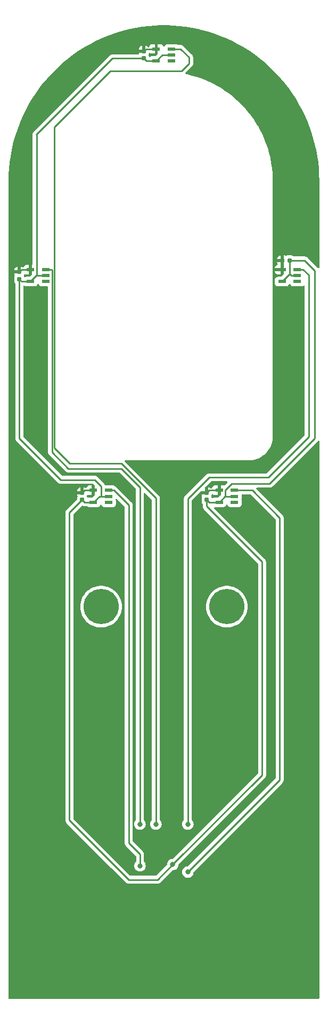
<source format=gbl>
G04 #@! TF.GenerationSoftware,KiCad,Pcbnew,7.0.7*
G04 #@! TF.CreationDate,2024-10-25T09:44:25+02:00*
G04 #@! TF.ProjectId,Benhui_Tongue,42656e68-7569-45f5-946f-6e6775652e6b,rev?*
G04 #@! TF.SameCoordinates,Original*
G04 #@! TF.FileFunction,Copper,L2,Bot*
G04 #@! TF.FilePolarity,Positive*
%FSLAX46Y46*%
G04 Gerber Fmt 4.6, Leading zero omitted, Abs format (unit mm)*
G04 Created by KiCad (PCBNEW 7.0.7) date 2024-10-25 09:44:25*
%MOMM*%
%LPD*%
G01*
G04 APERTURE LIST*
G04 Aperture macros list*
%AMRoundRect*
0 Rectangle with rounded corners*
0 $1 Rounding radius*
0 $2 $3 $4 $5 $6 $7 $8 $9 X,Y pos of 4 corners*
0 Add a 4 corners polygon primitive as box body*
4,1,4,$2,$3,$4,$5,$6,$7,$8,$9,$2,$3,0*
0 Add four circle primitives for the rounded corners*
1,1,$1+$1,$2,$3*
1,1,$1+$1,$4,$5*
1,1,$1+$1,$6,$7*
1,1,$1+$1,$8,$9*
0 Add four rect primitives between the rounded corners*
20,1,$1+$1,$2,$3,$4,$5,0*
20,1,$1+$1,$4,$5,$6,$7,0*
20,1,$1+$1,$6,$7,$8,$9,0*
20,1,$1+$1,$8,$9,$2,$3,0*%
G04 Aperture macros list end*
G04 #@! TA.AperFunction,ComponentPad*
%ADD10C,5.600000*%
G04 #@! TD*
G04 #@! TA.AperFunction,SMDPad,CuDef*
%ADD11R,1.270000X0.508000*%
G04 #@! TD*
G04 #@! TA.AperFunction,SMDPad,CuDef*
%ADD12RoundRect,0.155000X0.155000X-0.212500X0.155000X0.212500X-0.155000X0.212500X-0.155000X-0.212500X0*%
G04 #@! TD*
G04 #@! TA.AperFunction,SMDPad,CuDef*
%ADD13RoundRect,0.155000X0.212500X0.155000X-0.212500X0.155000X-0.212500X-0.155000X0.212500X-0.155000X0*%
G04 #@! TD*
G04 #@! TA.AperFunction,ViaPad*
%ADD14C,0.800000*%
G04 #@! TD*
G04 #@! TA.AperFunction,Conductor*
%ADD15C,0.250000*%
G04 #@! TD*
G04 APERTURE END LIST*
D10*
X109200000Y-116600000D03*
X129200000Y-116600000D03*
D11*
X110419200Y-98149999D03*
X110419200Y-99100000D03*
X110419200Y-100050001D03*
X107980800Y-100050001D03*
X107980800Y-98149999D03*
D12*
X126000000Y-99667500D03*
X126000000Y-98532500D03*
D11*
X120419200Y-28149999D03*
X120419200Y-29100000D03*
X120419200Y-30050001D03*
X117980800Y-30050001D03*
X117980800Y-28149999D03*
X100419200Y-63149999D03*
X100419200Y-64100000D03*
X100419200Y-65050001D03*
X97980800Y-65050001D03*
X97980800Y-63149999D03*
D12*
X116000000Y-29667500D03*
X116000000Y-28532500D03*
D11*
X130419200Y-98149999D03*
X130419200Y-99100000D03*
X130419200Y-100050001D03*
X127980800Y-100050001D03*
X127980800Y-98149999D03*
X140419200Y-63149999D03*
X140419200Y-64100000D03*
X140419200Y-65050001D03*
X137980800Y-65050001D03*
X137980800Y-63149999D03*
D13*
X139167500Y-61700000D03*
X138032500Y-61700000D03*
D12*
X96200000Y-64667500D03*
X96200000Y-63532500D03*
X106200000Y-99667500D03*
X106200000Y-98532500D03*
D14*
X120600000Y-157500000D03*
X120470000Y-151100000D03*
X117925001Y-151100000D03*
X115384999Y-151099999D03*
X123005000Y-151099998D03*
X115395000Y-157700000D03*
X123000000Y-158699998D03*
D15*
X102777000Y-96477000D02*
X108177000Y-96477000D01*
X106582501Y-100050001D02*
X106200000Y-99667500D01*
X134800000Y-109500000D02*
X126000000Y-100700000D01*
X143200000Y-63300000D02*
X141600000Y-61700000D01*
X98930801Y-41769199D02*
X98940800Y-41779198D01*
X128940800Y-98159200D02*
X130000000Y-97100000D01*
X117980800Y-30050001D02*
X118930801Y-29100000D01*
X108930801Y-99100000D02*
X109200000Y-99100000D01*
X126000000Y-100700000D02*
X126000000Y-99667500D01*
X143200000Y-89900000D02*
X143200000Y-63300000D01*
X116382501Y-30050001D02*
X116000000Y-29667500D01*
X139404199Y-64100000D02*
X140419200Y-64100000D01*
X107980800Y-100050001D02*
X106582501Y-100050001D01*
X117980800Y-30050001D02*
X116382501Y-30050001D01*
X104167500Y-150467500D02*
X113600000Y-159900000D01*
X128865401Y-99165401D02*
X128930801Y-99100000D01*
X127980800Y-100050001D02*
X128865401Y-99165401D01*
X98940800Y-41779198D02*
X98940800Y-64090001D01*
X108177000Y-96477000D02*
X109200000Y-97500000D01*
X130000000Y-97100000D02*
X136000000Y-97100000D01*
X120600000Y-157500000D02*
X134800000Y-143300000D01*
X141600000Y-61700000D02*
X139167500Y-61700000D01*
X98930801Y-64100000D02*
X100419200Y-64100000D01*
X97980800Y-65050001D02*
X98930801Y-64100000D01*
X134800000Y-143300000D02*
X134800000Y-109500000D01*
X137980800Y-65050001D02*
X139167500Y-63863301D01*
X136000000Y-97100000D02*
X143200000Y-89900000D01*
X107980800Y-100050001D02*
X108930801Y-99100000D01*
X104167500Y-121132500D02*
X104167500Y-101700000D01*
X111032500Y-29667500D02*
X98930801Y-41769199D01*
X116000000Y-29667500D02*
X111032500Y-29667500D01*
X118200000Y-159900000D02*
X120600000Y-157500000D01*
X113600000Y-159900000D02*
X118200000Y-159900000D01*
X118930801Y-29100000D02*
X120419200Y-29100000D01*
X126382501Y-100050001D02*
X126316250Y-99983750D01*
X96200000Y-89900000D02*
X102777000Y-96477000D01*
X127980800Y-100050001D02*
X126382501Y-100050001D01*
X128940800Y-99090002D02*
X128940800Y-98159200D01*
X96582501Y-65050001D02*
X96200000Y-64667500D01*
X109200000Y-99100000D02*
X110419200Y-99100000D01*
X128930801Y-99100000D02*
X130419200Y-99100000D01*
X104167500Y-101700000D02*
X106200000Y-99667500D01*
X128865401Y-99165401D02*
X128940800Y-99090002D01*
X97980800Y-65050001D02*
X96582501Y-65050001D01*
X139167500Y-63863301D02*
X139404199Y-64100000D01*
X139167500Y-63700000D02*
X139167500Y-61700000D01*
X139167500Y-63863301D02*
X139167500Y-63700000D01*
X96200000Y-64667500D02*
X96200000Y-89900000D01*
X109200000Y-97500000D02*
X109200000Y-99100000D01*
X126316250Y-99983750D02*
X126000000Y-99667500D01*
X98940800Y-64090001D02*
X98930801Y-64100000D01*
X104167500Y-119900000D02*
X104167500Y-150467500D01*
X106582501Y-98149999D02*
X106200000Y-98532500D01*
X117980800Y-28149999D02*
X116382501Y-28149999D01*
X97980800Y-63149999D02*
X96582501Y-63149999D01*
X127980800Y-98149999D02*
X126382501Y-98149999D01*
X116382501Y-28149999D02*
X116000000Y-28532500D01*
X126382501Y-98149999D02*
X126000000Y-98532500D01*
X138032500Y-63098299D02*
X137980800Y-63149999D01*
X138032500Y-61700000D02*
X138032500Y-63098299D01*
X96582501Y-63149999D02*
X96200000Y-63532500D01*
X107980800Y-98149999D02*
X106582501Y-98149999D01*
X110632588Y-31667412D02*
X101775000Y-40525000D01*
X104200000Y-93900000D02*
X112400000Y-93900000D01*
X122032588Y-31667412D02*
X110632588Y-31667412D01*
X123200000Y-30500000D02*
X122032588Y-31667412D01*
X120419200Y-28149999D02*
X121849999Y-28149999D01*
X101775000Y-40525000D02*
X101775000Y-91475000D01*
X112400000Y-93900000D02*
X117925001Y-99425001D01*
X123200000Y-29500000D02*
X123200000Y-30500000D01*
X101775000Y-91475000D02*
X104200000Y-93900000D01*
X121849999Y-28149999D02*
X123200000Y-29500000D01*
X117925001Y-99425001D02*
X117925001Y-151100000D01*
X100419200Y-63149999D02*
X101304200Y-63149999D01*
X101390707Y-63236506D02*
X101390707Y-92090707D01*
X104000000Y-94700000D02*
X112400000Y-94700000D01*
X101304200Y-63149999D02*
X101390707Y-63236506D01*
X101390707Y-92090707D02*
X104000000Y-94700000D01*
X112400000Y-94700000D02*
X115384999Y-97684999D01*
X115384999Y-97684999D02*
X115384999Y-151099999D01*
X123000000Y-99500000D02*
X123000000Y-151094998D01*
X141304200Y-63149999D02*
X142200000Y-64045799D01*
X140419200Y-63149999D02*
X141304200Y-63149999D01*
X142200000Y-64045799D02*
X142200000Y-89700000D01*
X123000000Y-151094998D02*
X123005000Y-151099998D01*
X135800000Y-96100000D02*
X126400000Y-96100000D01*
X142200000Y-89700000D02*
X135800000Y-96100000D01*
X126400000Y-96100000D02*
X123000000Y-99500000D01*
X113600000Y-100500000D02*
X111249999Y-98149999D01*
X111249999Y-98149999D02*
X110419200Y-98149999D01*
X115395000Y-157700000D02*
X115395000Y-155895000D01*
X113600000Y-154100000D02*
X113600000Y-100500000D01*
X115395000Y-155895000D02*
X113600000Y-154100000D01*
X123000000Y-158699998D02*
X137600000Y-144099998D01*
X133249999Y-98149999D02*
X130419200Y-98149999D01*
X137600000Y-102500000D02*
X133249999Y-98149999D01*
X137600000Y-144099998D02*
X137600000Y-102500000D01*
G04 #@! TA.AperFunction,Conductor*
G36*
X120672464Y-24444430D02*
G01*
X121651519Y-24522462D01*
X122626698Y-24639357D01*
X123596459Y-24794930D01*
X124559268Y-24988933D01*
X125513603Y-25221061D01*
X126457955Y-25490947D01*
X127390830Y-25798163D01*
X128310755Y-26142225D01*
X129216273Y-26522587D01*
X130105953Y-26938649D01*
X130978389Y-27389752D01*
X131832201Y-27875184D01*
X132666038Y-28394177D01*
X133478583Y-28945910D01*
X134176469Y-29461483D01*
X134268551Y-29529510D01*
X135034692Y-30144056D01*
X135775796Y-30788575D01*
X136490689Y-31462048D01*
X137178243Y-32163410D01*
X137837369Y-32891552D01*
X138467025Y-33645323D01*
X139066217Y-34423532D01*
X139633996Y-35224946D01*
X140169465Y-36048301D01*
X140671776Y-36892292D01*
X141140136Y-37755587D01*
X141573805Y-38636819D01*
X141972096Y-39534596D01*
X142334379Y-40447497D01*
X142660082Y-41374080D01*
X142948690Y-42312879D01*
X143199747Y-43262411D01*
X143412855Y-44221172D01*
X143587677Y-45187648D01*
X143723938Y-46160310D01*
X143821421Y-47137621D01*
X143879973Y-48118034D01*
X143899500Y-49100000D01*
X143899500Y-62815547D01*
X143879815Y-62882586D01*
X143827011Y-62928341D01*
X143757853Y-62938285D01*
X143694297Y-62909260D01*
X143687819Y-62903228D01*
X143684006Y-62899415D01*
X143671368Y-62884619D01*
X143669891Y-62882586D01*
X143659594Y-62868413D01*
X143623688Y-62838709D01*
X143619376Y-62834786D01*
X142100803Y-61316212D01*
X142090980Y-61303950D01*
X142090759Y-61304134D01*
X142085786Y-61298123D01*
X142069256Y-61282600D01*
X142035364Y-61250773D01*
X142024919Y-61240328D01*
X142014475Y-61229883D01*
X142008986Y-61225625D01*
X142004561Y-61221847D01*
X141970582Y-61189938D01*
X141970580Y-61189936D01*
X141970577Y-61189935D01*
X141953029Y-61180288D01*
X141936763Y-61169604D01*
X141920933Y-61157325D01*
X141878168Y-61138818D01*
X141872922Y-61136248D01*
X141832093Y-61113803D01*
X141832092Y-61113802D01*
X141812693Y-61108822D01*
X141794281Y-61102518D01*
X141775898Y-61094562D01*
X141775892Y-61094560D01*
X141729874Y-61087272D01*
X141724152Y-61086087D01*
X141679021Y-61074500D01*
X141679019Y-61074500D01*
X141658984Y-61074500D01*
X141639586Y-61072973D01*
X141632162Y-61071797D01*
X141619805Y-61069840D01*
X141619804Y-61069840D01*
X141573416Y-61074225D01*
X141567578Y-61074500D01*
X139887880Y-61074500D01*
X139820841Y-61054815D01*
X139800199Y-61038181D01*
X139784959Y-61022941D01*
X139784950Y-61022934D01*
X139643181Y-60939092D01*
X139642400Y-60938630D01*
X139642399Y-60938629D01*
X139642398Y-60938629D01*
X139642395Y-60938628D01*
X139483362Y-60892424D01*
X139483356Y-60892423D01*
X139446205Y-60889500D01*
X139446203Y-60889500D01*
X138889216Y-60889501D01*
X138888798Y-60889501D01*
X138851641Y-60892424D01*
X138692604Y-60938628D01*
X138692596Y-60938631D01*
X138662627Y-60956355D01*
X138594903Y-60973536D01*
X138536389Y-60956355D01*
X138507199Y-60939093D01*
X138507194Y-60939091D01*
X138348283Y-60892922D01*
X138348277Y-60892921D01*
X138311152Y-60890000D01*
X138282500Y-60890000D01*
X138282500Y-62446937D01*
X138262815Y-62513976D01*
X138246182Y-62534617D01*
X138230800Y-62549999D01*
X138230800Y-63864047D01*
X138211115Y-63931086D01*
X138194481Y-63951728D01*
X137887026Y-64259182D01*
X137825703Y-64292667D01*
X137799345Y-64295501D01*
X137297929Y-64295501D01*
X137297923Y-64295502D01*
X137238316Y-64301909D01*
X137103471Y-64352203D01*
X137103464Y-64352207D01*
X136988255Y-64438453D01*
X136988252Y-64438456D01*
X136902006Y-64553665D01*
X136902002Y-64553672D01*
X136851710Y-64688514D01*
X136851709Y-64688518D01*
X136845300Y-64748128D01*
X136845300Y-64748135D01*
X136845300Y-64748136D01*
X136845300Y-65351871D01*
X136845301Y-65351877D01*
X136851708Y-65411484D01*
X136902002Y-65546329D01*
X136902006Y-65546336D01*
X136988252Y-65661545D01*
X136988255Y-65661548D01*
X137103464Y-65747794D01*
X137103471Y-65747798D01*
X137238317Y-65798092D01*
X137238316Y-65798092D01*
X137245244Y-65798836D01*
X137297927Y-65804501D01*
X138663672Y-65804500D01*
X138723283Y-65798092D01*
X138858131Y-65747797D01*
X138973346Y-65661547D01*
X139059596Y-65546332D01*
X139083817Y-65481390D01*
X139125689Y-65425456D01*
X139191153Y-65401039D01*
X139259426Y-65415890D01*
X139308832Y-65465295D01*
X139316182Y-65481390D01*
X139340402Y-65546329D01*
X139340406Y-65546336D01*
X139426652Y-65661545D01*
X139426655Y-65661548D01*
X139541864Y-65747794D01*
X139541871Y-65747798D01*
X139676717Y-65798092D01*
X139676716Y-65798092D01*
X139683644Y-65798836D01*
X139736327Y-65804501D01*
X141102072Y-65804500D01*
X141161683Y-65798092D01*
X141296531Y-65747797D01*
X141376189Y-65688164D01*
X141441652Y-65663747D01*
X141509925Y-65678598D01*
X141559331Y-65728003D01*
X141574500Y-65787431D01*
X141574500Y-89389547D01*
X141554815Y-89456586D01*
X141538181Y-89477228D01*
X135577228Y-95438181D01*
X135515905Y-95471666D01*
X135489547Y-95474500D01*
X126482738Y-95474500D01*
X126467121Y-95472776D01*
X126467094Y-95473062D01*
X126459332Y-95472327D01*
X126390204Y-95474500D01*
X126360650Y-95474500D01*
X126359929Y-95474590D01*
X126353757Y-95475369D01*
X126347945Y-95475826D01*
X126301373Y-95477290D01*
X126301372Y-95477290D01*
X126282129Y-95482881D01*
X126263079Y-95486825D01*
X126243211Y-95489334D01*
X126243209Y-95489335D01*
X126199884Y-95506488D01*
X126194357Y-95508380D01*
X126149610Y-95521381D01*
X126149609Y-95521382D01*
X126132367Y-95531579D01*
X126114899Y-95540137D01*
X126096269Y-95547513D01*
X126096267Y-95547514D01*
X126058576Y-95574898D01*
X126053694Y-95578105D01*
X126013579Y-95601830D01*
X125999408Y-95616000D01*
X125984623Y-95628628D01*
X125968412Y-95640407D01*
X125938709Y-95676310D01*
X125934777Y-95680631D01*
X122616208Y-98999199D01*
X122603951Y-99009020D01*
X122604134Y-99009241D01*
X122598123Y-99014213D01*
X122550772Y-99064636D01*
X122529889Y-99085519D01*
X122529877Y-99085532D01*
X122525621Y-99091017D01*
X122521837Y-99095447D01*
X122489937Y-99129418D01*
X122489936Y-99129420D01*
X122480284Y-99146976D01*
X122469610Y-99163226D01*
X122457329Y-99179061D01*
X122457324Y-99179068D01*
X122438815Y-99221838D01*
X122436245Y-99227084D01*
X122413803Y-99267906D01*
X122408822Y-99287307D01*
X122402521Y-99305710D01*
X122394562Y-99324102D01*
X122394561Y-99324105D01*
X122387271Y-99370127D01*
X122386087Y-99375846D01*
X122374501Y-99420972D01*
X122374500Y-99420982D01*
X122374500Y-99441016D01*
X122372973Y-99460415D01*
X122369840Y-99480194D01*
X122369839Y-99480197D01*
X122374224Y-99526585D01*
X122374499Y-99532421D01*
X122374499Y-150406864D01*
X122354814Y-150473903D01*
X122342649Y-150489836D01*
X122272468Y-150567780D01*
X122272464Y-150567785D01*
X122177821Y-150731713D01*
X122177818Y-150731720D01*
X122131269Y-150874984D01*
X122119326Y-150911742D01*
X122099540Y-151099998D01*
X122119326Y-151288254D01*
X122119327Y-151288256D01*
X122119327Y-151288257D01*
X122177818Y-151468275D01*
X122177819Y-151468277D01*
X122177821Y-151468282D01*
X122272467Y-151632214D01*
X122399128Y-151772885D01*
X122399129Y-151772886D01*
X122552265Y-151884146D01*
X122552270Y-151884149D01*
X122725192Y-151961140D01*
X122725195Y-151961141D01*
X122725197Y-151961142D01*
X122910354Y-152000498D01*
X122910355Y-152000498D01*
X123099644Y-152000498D01*
X123099646Y-152000498D01*
X123284803Y-151961142D01*
X123457730Y-151884149D01*
X123610871Y-151772886D01*
X123737533Y-151632214D01*
X123832179Y-151468282D01*
X123890674Y-151288254D01*
X123910460Y-151099998D01*
X123890674Y-150911742D01*
X123832179Y-150731714D01*
X123737533Y-150567782D01*
X123694105Y-150519550D01*
X123657350Y-150478729D01*
X123627120Y-150415737D01*
X123625500Y-150395757D01*
X123625500Y-116600002D01*
X125894652Y-116600002D01*
X125914028Y-116957368D01*
X125914029Y-116957385D01*
X125971926Y-117310539D01*
X125971932Y-117310565D01*
X126067672Y-117655392D01*
X126067674Y-117655399D01*
X126200142Y-117987870D01*
X126200151Y-117987888D01*
X126367784Y-118304077D01*
X126367790Y-118304086D01*
X126568634Y-118600309D01*
X126568641Y-118600319D01*
X126800331Y-118873085D01*
X126800332Y-118873086D01*
X127060163Y-119119211D01*
X127345081Y-119335800D01*
X127651747Y-119520315D01*
X127651749Y-119520316D01*
X127651751Y-119520317D01*
X127651755Y-119520319D01*
X127976552Y-119670585D01*
X127976565Y-119670591D01*
X128315726Y-119784868D01*
X128665254Y-119861805D01*
X129021052Y-119900500D01*
X129021058Y-119900500D01*
X129378942Y-119900500D01*
X129378948Y-119900500D01*
X129734746Y-119861805D01*
X130084274Y-119784868D01*
X130423435Y-119670591D01*
X130748253Y-119520315D01*
X131054919Y-119335800D01*
X131339837Y-119119211D01*
X131599668Y-118873086D01*
X131831365Y-118600311D01*
X132032211Y-118304085D01*
X132199853Y-117987880D01*
X132332324Y-117655403D01*
X132428071Y-117310552D01*
X132485972Y-116957371D01*
X132505348Y-116600000D01*
X132485972Y-116242629D01*
X132428071Y-115889448D01*
X132332324Y-115544597D01*
X132199853Y-115212120D01*
X132032211Y-114895915D01*
X131831365Y-114599689D01*
X131831361Y-114599684D01*
X131831358Y-114599680D01*
X131599668Y-114326914D01*
X131339837Y-114080789D01*
X131339830Y-114080783D01*
X131339827Y-114080781D01*
X131272245Y-114029407D01*
X131054919Y-113864200D01*
X130748253Y-113679685D01*
X130748252Y-113679684D01*
X130748248Y-113679682D01*
X130748244Y-113679680D01*
X130423447Y-113529414D01*
X130423441Y-113529411D01*
X130423435Y-113529409D01*
X130253854Y-113472270D01*
X130084273Y-113415131D01*
X129734744Y-113338194D01*
X129378949Y-113299500D01*
X129378948Y-113299500D01*
X129021052Y-113299500D01*
X129021050Y-113299500D01*
X128665255Y-113338194D01*
X128315726Y-113415131D01*
X128059970Y-113501306D01*
X127976565Y-113529409D01*
X127976562Y-113529410D01*
X127976563Y-113529410D01*
X127976552Y-113529414D01*
X127651755Y-113679680D01*
X127651751Y-113679682D01*
X127423367Y-113817096D01*
X127345081Y-113864200D01*
X127256768Y-113931333D01*
X127060172Y-114080781D01*
X127060163Y-114080789D01*
X126800331Y-114326914D01*
X126568641Y-114599680D01*
X126568634Y-114599690D01*
X126367790Y-114895913D01*
X126367784Y-114895922D01*
X126200151Y-115212111D01*
X126200142Y-115212129D01*
X126067674Y-115544600D01*
X126067672Y-115544607D01*
X125971932Y-115889434D01*
X125971926Y-115889460D01*
X125914029Y-116242614D01*
X125914028Y-116242631D01*
X125894652Y-116599997D01*
X125894652Y-116600002D01*
X123625500Y-116600002D01*
X123625500Y-99810452D01*
X123645185Y-99743413D01*
X123661819Y-99722771D01*
X125065771Y-98318819D01*
X125127094Y-98285334D01*
X125153452Y-98282500D01*
X125749999Y-98282500D01*
X125749999Y-97685951D01*
X125769683Y-97618912D01*
X125786306Y-97598283D01*
X126622771Y-96761819D01*
X126684095Y-96728334D01*
X126710453Y-96725500D01*
X129190547Y-96725500D01*
X129257586Y-96745185D01*
X129303341Y-96797989D01*
X129313285Y-96867147D01*
X129284260Y-96930703D01*
X129278228Y-96937181D01*
X128844735Y-97370672D01*
X128783412Y-97404157D01*
X128728546Y-97403669D01*
X128723179Y-97402401D01*
X128663644Y-97395999D01*
X128230800Y-97395999D01*
X128230800Y-98864048D01*
X128211115Y-98931087D01*
X128194481Y-98951729D01*
X127887028Y-99259182D01*
X127825705Y-99292667D01*
X127799347Y-99295501D01*
X127297929Y-99295501D01*
X127297923Y-99295502D01*
X127238316Y-99301909D01*
X127103471Y-99352203D01*
X127103469Y-99352205D01*
X127039933Y-99399768D01*
X126974469Y-99424185D01*
X126965622Y-99424501D01*
X126921845Y-99424501D01*
X126854806Y-99404816D01*
X126809051Y-99352012D01*
X126802772Y-99335107D01*
X126761370Y-99192600D01*
X126743644Y-99162627D01*
X126726462Y-99094905D01*
X126743646Y-99036386D01*
X126760905Y-99007202D01*
X126760908Y-99007194D01*
X126808846Y-98842195D01*
X126810208Y-98842590D01*
X126838331Y-98786703D01*
X126898495Y-98751178D01*
X126968315Y-98753818D01*
X127003219Y-98772124D01*
X127103706Y-98847349D01*
X127103713Y-98847353D01*
X127238420Y-98897595D01*
X127238427Y-98897597D01*
X127297955Y-98903998D01*
X127297972Y-98903999D01*
X127730800Y-98903999D01*
X127730800Y-97395999D01*
X127297955Y-97395999D01*
X127238427Y-97402400D01*
X127238420Y-97402402D01*
X127103713Y-97452644D01*
X127103706Y-97452648D01*
X126988612Y-97538808D01*
X126988609Y-97538811D01*
X126902449Y-97653905D01*
X126902445Y-97653912D01*
X126852203Y-97788619D01*
X126852201Y-97788624D01*
X126850563Y-97803862D01*
X126823822Y-97868412D01*
X126766427Y-97908257D01*
X126696602Y-97910748D01*
X126639593Y-97878282D01*
X126559650Y-97798339D01*
X126559642Y-97798333D01*
X126417197Y-97714092D01*
X126417194Y-97714090D01*
X126258288Y-97667924D01*
X126258273Y-97667921D01*
X126250000Y-97667269D01*
X126249999Y-97667270D01*
X126250000Y-98658500D01*
X126230316Y-98725539D01*
X126177512Y-98771294D01*
X126126000Y-98782500D01*
X125190000Y-98782500D01*
X125190000Y-98811152D01*
X125192921Y-98848277D01*
X125192922Y-98848283D01*
X125239091Y-99007194D01*
X125239093Y-99007199D01*
X125256355Y-99036389D01*
X125273536Y-99104113D01*
X125256355Y-99162627D01*
X125238631Y-99192596D01*
X125238628Y-99192604D01*
X125192424Y-99351637D01*
X125192423Y-99351643D01*
X125189500Y-99388795D01*
X125189501Y-99946202D01*
X125192423Y-99983354D01*
X125230256Y-100113579D01*
X125238630Y-100142400D01*
X125322937Y-100284954D01*
X125322941Y-100284958D01*
X125322942Y-100284959D01*
X125338179Y-100300196D01*
X125371666Y-100361518D01*
X125374500Y-100387879D01*
X125374500Y-100617255D01*
X125372775Y-100632872D01*
X125373061Y-100632899D01*
X125372326Y-100640665D01*
X125374500Y-100709814D01*
X125374500Y-100739343D01*
X125374501Y-100739360D01*
X125375368Y-100746231D01*
X125375826Y-100752050D01*
X125377290Y-100798624D01*
X125377291Y-100798627D01*
X125382880Y-100817867D01*
X125386824Y-100836911D01*
X125389336Y-100856791D01*
X125406490Y-100900119D01*
X125408382Y-100905647D01*
X125421382Y-100950390D01*
X125423818Y-100954510D01*
X125431580Y-100967634D01*
X125440138Y-100985103D01*
X125447514Y-101003732D01*
X125474898Y-101041423D01*
X125478106Y-101046307D01*
X125501827Y-101086416D01*
X125501833Y-101086424D01*
X125515990Y-101100580D01*
X125528628Y-101115376D01*
X125540405Y-101131586D01*
X125540406Y-101131587D01*
X125576309Y-101161288D01*
X125580620Y-101165210D01*
X133450190Y-109034780D01*
X134138181Y-109722771D01*
X134171666Y-109784094D01*
X134174500Y-109810452D01*
X134174500Y-142989547D01*
X134154815Y-143056586D01*
X134138181Y-143077228D01*
X120652228Y-156563181D01*
X120590905Y-156596666D01*
X120564547Y-156599500D01*
X120505354Y-156599500D01*
X120472897Y-156606398D01*
X120320197Y-156638855D01*
X120320192Y-156638857D01*
X120147270Y-156715848D01*
X120147265Y-156715851D01*
X119994129Y-156827111D01*
X119867466Y-156967785D01*
X119772821Y-157131715D01*
X119772818Y-157131722D01*
X119714327Y-157311740D01*
X119714326Y-157311744D01*
X119700255Y-157445627D01*
X119696679Y-157479649D01*
X119670094Y-157544263D01*
X119661039Y-157554368D01*
X117977228Y-159238181D01*
X117915905Y-159271666D01*
X117889547Y-159274500D01*
X113910453Y-159274500D01*
X113843414Y-159254815D01*
X113822772Y-159238181D01*
X104829319Y-150244728D01*
X104795834Y-150183405D01*
X104793000Y-150157047D01*
X104793000Y-116600002D01*
X105894652Y-116600002D01*
X105914028Y-116957368D01*
X105914029Y-116957385D01*
X105971926Y-117310539D01*
X105971932Y-117310565D01*
X106067672Y-117655392D01*
X106067674Y-117655399D01*
X106200142Y-117987870D01*
X106200151Y-117987888D01*
X106367784Y-118304077D01*
X106367790Y-118304086D01*
X106568634Y-118600309D01*
X106568641Y-118600319D01*
X106800331Y-118873085D01*
X106800332Y-118873086D01*
X107060163Y-119119211D01*
X107345081Y-119335800D01*
X107651747Y-119520315D01*
X107651749Y-119520316D01*
X107651751Y-119520317D01*
X107651755Y-119520319D01*
X107976552Y-119670585D01*
X107976565Y-119670591D01*
X108315726Y-119784868D01*
X108665254Y-119861805D01*
X109021052Y-119900500D01*
X109021058Y-119900500D01*
X109378942Y-119900500D01*
X109378948Y-119900500D01*
X109734746Y-119861805D01*
X110084274Y-119784868D01*
X110423435Y-119670591D01*
X110748253Y-119520315D01*
X111054919Y-119335800D01*
X111339837Y-119119211D01*
X111599668Y-118873086D01*
X111831365Y-118600311D01*
X112032211Y-118304085D01*
X112199853Y-117987880D01*
X112332324Y-117655403D01*
X112428071Y-117310552D01*
X112485972Y-116957371D01*
X112505348Y-116600000D01*
X112485972Y-116242629D01*
X112428071Y-115889448D01*
X112332324Y-115544597D01*
X112199853Y-115212120D01*
X112032211Y-114895915D01*
X111831365Y-114599689D01*
X111831361Y-114599684D01*
X111831358Y-114599680D01*
X111599668Y-114326914D01*
X111599668Y-114326913D01*
X111339837Y-114080789D01*
X111339830Y-114080783D01*
X111339827Y-114080781D01*
X111272245Y-114029407D01*
X111054919Y-113864200D01*
X110748253Y-113679685D01*
X110748252Y-113679684D01*
X110748248Y-113679682D01*
X110748244Y-113679680D01*
X110423447Y-113529414D01*
X110423441Y-113529411D01*
X110423435Y-113529409D01*
X110253854Y-113472270D01*
X110084273Y-113415131D01*
X109734744Y-113338194D01*
X109378949Y-113299500D01*
X109378948Y-113299500D01*
X109021052Y-113299500D01*
X109021050Y-113299500D01*
X108665255Y-113338194D01*
X108315726Y-113415131D01*
X108059970Y-113501306D01*
X107976565Y-113529409D01*
X107976562Y-113529410D01*
X107976563Y-113529410D01*
X107976552Y-113529414D01*
X107651755Y-113679680D01*
X107651751Y-113679682D01*
X107423367Y-113817096D01*
X107345081Y-113864200D01*
X107256768Y-113931333D01*
X107060172Y-114080781D01*
X107060163Y-114080789D01*
X106800331Y-114326914D01*
X106568641Y-114599680D01*
X106568634Y-114599690D01*
X106367790Y-114895913D01*
X106367784Y-114895922D01*
X106200151Y-115212111D01*
X106200142Y-115212129D01*
X106067674Y-115544600D01*
X106067672Y-115544607D01*
X105971932Y-115889434D01*
X105971926Y-115889460D01*
X105914029Y-116242614D01*
X105914028Y-116242631D01*
X105894652Y-116599997D01*
X105894652Y-116600002D01*
X104793000Y-116600002D01*
X104793000Y-102010451D01*
X104812685Y-101943412D01*
X104829314Y-101922775D01*
X106130681Y-100621407D01*
X106192002Y-100587924D01*
X106261694Y-100592908D01*
X106267590Y-100595281D01*
X106304330Y-100611179D01*
X106309557Y-100613739D01*
X106350409Y-100636198D01*
X106369817Y-100641181D01*
X106388218Y-100647481D01*
X106406605Y-100655438D01*
X106445183Y-100661548D01*
X106452620Y-100662726D01*
X106458340Y-100663910D01*
X106503482Y-100675501D01*
X106523517Y-100675501D01*
X106542915Y-100677027D01*
X106562695Y-100680160D01*
X106562696Y-100680161D01*
X106562696Y-100680160D01*
X106562697Y-100680161D01*
X106609084Y-100675776D01*
X106614923Y-100675501D01*
X106965622Y-100675501D01*
X107032661Y-100695186D01*
X107039933Y-100700234D01*
X107103469Y-100747797D01*
X107103470Y-100747797D01*
X107103471Y-100747798D01*
X107238317Y-100798092D01*
X107238316Y-100798092D01*
X107243265Y-100798624D01*
X107297927Y-100804501D01*
X108663672Y-100804500D01*
X108723283Y-100798092D01*
X108858131Y-100747797D01*
X108973346Y-100661547D01*
X109059596Y-100546332D01*
X109083817Y-100481390D01*
X109125689Y-100425456D01*
X109191153Y-100401039D01*
X109259426Y-100415890D01*
X109308832Y-100465295D01*
X109316182Y-100481390D01*
X109340402Y-100546329D01*
X109340406Y-100546336D01*
X109426652Y-100661545D01*
X109426655Y-100661548D01*
X109541864Y-100747794D01*
X109541871Y-100747798D01*
X109676717Y-100798092D01*
X109676716Y-100798092D01*
X109681665Y-100798624D01*
X109736327Y-100804501D01*
X111102072Y-100804500D01*
X111161683Y-100798092D01*
X111296531Y-100747797D01*
X111411746Y-100661547D01*
X111497996Y-100546332D01*
X111548291Y-100411484D01*
X111554700Y-100351874D01*
X111554699Y-99748129D01*
X111548291Y-99688518D01*
X111535942Y-99655411D01*
X111530957Y-99585720D01*
X111564442Y-99524397D01*
X111625765Y-99490911D01*
X111695456Y-99495895D01*
X111739805Y-99524396D01*
X112938181Y-100722771D01*
X112971666Y-100784094D01*
X112974500Y-100810452D01*
X112974500Y-154017255D01*
X112972775Y-154032872D01*
X112973061Y-154032899D01*
X112972326Y-154040665D01*
X112974500Y-154109814D01*
X112974500Y-154139343D01*
X112974501Y-154139360D01*
X112975368Y-154146231D01*
X112975826Y-154152050D01*
X112977290Y-154198624D01*
X112977291Y-154198627D01*
X112982880Y-154217867D01*
X112986824Y-154236911D01*
X112989336Y-154256791D01*
X113006490Y-154300119D01*
X113008382Y-154305647D01*
X113021381Y-154350388D01*
X113031580Y-154367634D01*
X113040138Y-154385103D01*
X113047514Y-154403732D01*
X113074898Y-154441423D01*
X113078106Y-154446307D01*
X113101827Y-154486416D01*
X113101833Y-154486424D01*
X113115990Y-154500580D01*
X113128628Y-154515376D01*
X113140405Y-154531586D01*
X113140406Y-154531587D01*
X113176309Y-154561288D01*
X113180620Y-154565210D01*
X114045190Y-155429780D01*
X114733181Y-156117771D01*
X114766666Y-156179094D01*
X114769500Y-156205452D01*
X114769500Y-157001312D01*
X114749815Y-157068351D01*
X114737650Y-157084284D01*
X114662466Y-157167784D01*
X114567821Y-157331715D01*
X114567818Y-157331722D01*
X114519754Y-157479649D01*
X114509326Y-157511744D01*
X114489540Y-157700000D01*
X114509326Y-157888256D01*
X114509327Y-157888259D01*
X114567818Y-158068277D01*
X114567821Y-158068284D01*
X114662467Y-158232216D01*
X114709227Y-158284148D01*
X114789129Y-158372888D01*
X114942265Y-158484148D01*
X114942270Y-158484151D01*
X115115192Y-158561142D01*
X115115197Y-158561144D01*
X115300354Y-158600500D01*
X115300355Y-158600500D01*
X115489644Y-158600500D01*
X115489646Y-158600500D01*
X115674803Y-158561144D01*
X115847730Y-158484151D01*
X116000871Y-158372888D01*
X116127533Y-158232216D01*
X116222179Y-158068284D01*
X116280674Y-157888256D01*
X116300460Y-157700000D01*
X116280674Y-157511744D01*
X116222179Y-157331716D01*
X116127533Y-157167784D01*
X116095063Y-157131722D01*
X116052350Y-157084284D01*
X116022120Y-157021292D01*
X116020500Y-157001312D01*
X116020500Y-155977737D01*
X116022224Y-155962123D01*
X116021938Y-155962096D01*
X116022672Y-155954333D01*
X116020500Y-155885203D01*
X116020500Y-155855651D01*
X116020500Y-155855650D01*
X116019629Y-155848759D01*
X116019172Y-155842945D01*
X116017709Y-155796373D01*
X116012121Y-155777139D01*
X116008174Y-155758081D01*
X116005664Y-155738208D01*
X115988507Y-155694875D01*
X115986614Y-155689346D01*
X115973618Y-155644614D01*
X115973617Y-155644610D01*
X115963420Y-155627368D01*
X115954863Y-155609902D01*
X115947486Y-155591268D01*
X115920083Y-155553550D01*
X115916900Y-155548705D01*
X115893170Y-155508579D01*
X115893165Y-155508573D01*
X115879005Y-155494413D01*
X115866370Y-155479620D01*
X115854593Y-155463412D01*
X115818693Y-155433713D01*
X115814381Y-155429790D01*
X114261819Y-153877227D01*
X114228334Y-153815904D01*
X114225500Y-153789546D01*
X114225500Y-100582737D01*
X114227224Y-100567123D01*
X114226938Y-100567096D01*
X114227672Y-100559333D01*
X114225500Y-100490203D01*
X114225500Y-100460651D01*
X114225500Y-100460650D01*
X114224629Y-100453759D01*
X114224172Y-100447945D01*
X114222709Y-100401373D01*
X114217121Y-100382139D01*
X114213174Y-100363081D01*
X114212977Y-100361518D01*
X114210664Y-100343208D01*
X114193507Y-100299875D01*
X114191614Y-100294346D01*
X114178618Y-100249614D01*
X114178617Y-100249610D01*
X114168420Y-100232368D01*
X114159863Y-100214902D01*
X114152486Y-100196268D01*
X114125083Y-100158550D01*
X114121900Y-100153705D01*
X114098170Y-100113579D01*
X114098165Y-100113573D01*
X114084005Y-100099413D01*
X114071370Y-100084620D01*
X114059593Y-100068412D01*
X114023693Y-100038713D01*
X114019381Y-100034790D01*
X111750802Y-97766210D01*
X111740979Y-97753949D01*
X111740758Y-97754133D01*
X111735785Y-97748122D01*
X111713531Y-97727224D01*
X111685363Y-97700772D01*
X111670542Y-97685951D01*
X111664474Y-97679882D01*
X111658985Y-97675624D01*
X111654560Y-97671846D01*
X111620581Y-97639937D01*
X111620579Y-97639935D01*
X111620576Y-97639934D01*
X111603028Y-97630287D01*
X111586762Y-97619603D01*
X111570935Y-97607326D01*
X111570934Y-97607325D01*
X111570932Y-97607324D01*
X111528167Y-97588817D01*
X111522921Y-97586247D01*
X111482092Y-97563802D01*
X111482091Y-97563801D01*
X111462692Y-97558821D01*
X111444279Y-97552517D01*
X111439205Y-97550321D01*
X111425081Y-97544208D01*
X111400022Y-97529676D01*
X111296531Y-97452203D01*
X111296528Y-97452201D01*
X111161682Y-97401907D01*
X111161683Y-97401907D01*
X111102083Y-97395500D01*
X111102081Y-97395499D01*
X111102073Y-97395499D01*
X111102065Y-97395499D01*
X109915637Y-97395499D01*
X109848598Y-97375814D01*
X109802843Y-97323010D01*
X109800354Y-97317168D01*
X109793503Y-97299866D01*
X109791614Y-97294346D01*
X109778617Y-97249610D01*
X109778616Y-97249608D01*
X109768421Y-97232369D01*
X109759860Y-97214893D01*
X109752486Y-97196269D01*
X109752486Y-97196267D01*
X109742474Y-97182488D01*
X109725083Y-97158550D01*
X109721900Y-97153705D01*
X109698170Y-97113579D01*
X109698165Y-97113573D01*
X109684005Y-97099413D01*
X109671370Y-97084620D01*
X109661982Y-97071700D01*
X109659594Y-97068413D01*
X109626161Y-97040755D01*
X109623693Y-97038713D01*
X109619381Y-97034790D01*
X108677803Y-96093212D01*
X108667980Y-96080950D01*
X108667759Y-96081134D01*
X108662786Y-96075123D01*
X108612364Y-96027773D01*
X108601919Y-96017328D01*
X108591475Y-96006883D01*
X108585986Y-96002625D01*
X108581561Y-95998847D01*
X108547582Y-95966938D01*
X108547580Y-95966936D01*
X108547577Y-95966935D01*
X108530029Y-95957288D01*
X108513763Y-95946604D01*
X108497933Y-95934325D01*
X108455168Y-95915818D01*
X108449922Y-95913248D01*
X108409093Y-95890803D01*
X108409092Y-95890802D01*
X108389693Y-95885822D01*
X108371281Y-95879518D01*
X108352898Y-95871562D01*
X108352892Y-95871560D01*
X108306874Y-95864272D01*
X108301152Y-95863087D01*
X108256021Y-95851500D01*
X108256019Y-95851500D01*
X108235984Y-95851500D01*
X108216586Y-95849973D01*
X108209162Y-95848797D01*
X108196805Y-95846840D01*
X108196804Y-95846840D01*
X108150416Y-95851225D01*
X108144578Y-95851500D01*
X103087452Y-95851500D01*
X103020413Y-95831815D01*
X102999771Y-95815181D01*
X96861819Y-89677228D01*
X96828334Y-89615905D01*
X96825500Y-89589547D01*
X96825500Y-65799501D01*
X96845185Y-65732462D01*
X96897989Y-65686707D01*
X96949500Y-65675501D01*
X96965622Y-65675501D01*
X97032661Y-65695186D01*
X97039933Y-65700234D01*
X97103469Y-65747797D01*
X97103470Y-65747797D01*
X97103471Y-65747798D01*
X97238317Y-65798092D01*
X97238316Y-65798092D01*
X97245244Y-65798836D01*
X97297927Y-65804501D01*
X98663672Y-65804500D01*
X98723283Y-65798092D01*
X98858131Y-65747797D01*
X98973346Y-65661547D01*
X99059596Y-65546332D01*
X99083817Y-65481390D01*
X99125689Y-65425456D01*
X99191153Y-65401039D01*
X99259426Y-65415890D01*
X99308832Y-65465295D01*
X99316182Y-65481390D01*
X99340402Y-65546329D01*
X99340406Y-65546336D01*
X99426652Y-65661545D01*
X99426655Y-65661548D01*
X99541864Y-65747794D01*
X99541871Y-65747798D01*
X99676717Y-65798092D01*
X99676716Y-65798092D01*
X99683644Y-65798836D01*
X99736327Y-65804501D01*
X100641206Y-65804500D01*
X100708245Y-65824184D01*
X100754000Y-65876988D01*
X100765206Y-65928500D01*
X100765207Y-92007962D01*
X100763482Y-92023579D01*
X100763768Y-92023606D01*
X100763033Y-92031372D01*
X100765207Y-92100521D01*
X100765207Y-92130050D01*
X100765208Y-92130067D01*
X100766075Y-92136938D01*
X100766533Y-92142757D01*
X100767997Y-92189331D01*
X100767998Y-92189334D01*
X100773587Y-92208574D01*
X100777531Y-92227618D01*
X100780043Y-92247498D01*
X100797197Y-92290826D01*
X100799089Y-92296354D01*
X100812088Y-92341095D01*
X100822287Y-92358341D01*
X100830845Y-92375810D01*
X100838221Y-92394439D01*
X100865605Y-92432130D01*
X100868813Y-92437014D01*
X100892534Y-92477123D01*
X100892540Y-92477131D01*
X100906697Y-92491287D01*
X100919335Y-92506083D01*
X100931112Y-92522293D01*
X100931113Y-92522294D01*
X100967016Y-92551995D01*
X100971327Y-92555917D01*
X103499194Y-95083784D01*
X103509019Y-95096048D01*
X103509240Y-95095866D01*
X103514210Y-95101873D01*
X103514213Y-95101876D01*
X103514214Y-95101877D01*
X103564651Y-95149241D01*
X103585530Y-95170120D01*
X103591004Y-95174366D01*
X103595442Y-95178156D01*
X103629418Y-95210062D01*
X103629422Y-95210064D01*
X103646973Y-95219713D01*
X103663231Y-95230392D01*
X103679064Y-95242674D01*
X103701015Y-95252172D01*
X103721837Y-95261183D01*
X103727081Y-95263752D01*
X103767908Y-95286197D01*
X103787312Y-95291179D01*
X103805710Y-95297478D01*
X103824105Y-95305438D01*
X103870129Y-95312726D01*
X103875832Y-95313907D01*
X103920981Y-95325500D01*
X103941016Y-95325500D01*
X103960413Y-95327026D01*
X103980196Y-95330160D01*
X104026583Y-95325775D01*
X104032422Y-95325500D01*
X112089548Y-95325500D01*
X112156587Y-95345185D01*
X112177229Y-95361819D01*
X114723180Y-97907770D01*
X114756665Y-97969093D01*
X114759499Y-97995451D01*
X114759499Y-150401311D01*
X114739814Y-150468350D01*
X114727649Y-150484283D01*
X114652465Y-150567783D01*
X114557820Y-150731714D01*
X114557817Y-150731721D01*
X114499326Y-150911739D01*
X114499325Y-150911743D01*
X114479539Y-151099999D01*
X114499325Y-151288255D01*
X114499326Y-151288257D01*
X114499326Y-151288258D01*
X114557817Y-151468276D01*
X114557820Y-151468282D01*
X114557820Y-151468283D01*
X114652466Y-151632215D01*
X114779127Y-151772886D01*
X114779128Y-151772887D01*
X114932264Y-151884147D01*
X114932269Y-151884150D01*
X115105191Y-151961141D01*
X115105194Y-151961142D01*
X115105196Y-151961143D01*
X115290353Y-152000499D01*
X115290354Y-152000499D01*
X115479643Y-152000499D01*
X115479645Y-152000499D01*
X115664802Y-151961143D01*
X115837729Y-151884150D01*
X115990870Y-151772887D01*
X116117532Y-151632215D01*
X116212178Y-151468283D01*
X116270673Y-151288255D01*
X116290459Y-151099999D01*
X116270673Y-150911743D01*
X116212178Y-150731715D01*
X116117532Y-150567783D01*
X116042347Y-150484282D01*
X116012118Y-150421292D01*
X116010499Y-150401323D01*
X116010499Y-98694451D01*
X116030184Y-98627412D01*
X116082988Y-98581657D01*
X116152146Y-98571713D01*
X116215702Y-98600738D01*
X116222180Y-98606770D01*
X117263182Y-99647772D01*
X117296667Y-99709095D01*
X117299501Y-99735453D01*
X117299501Y-150401312D01*
X117279816Y-150468351D01*
X117267651Y-150484284D01*
X117192467Y-150567784D01*
X117097822Y-150731715D01*
X117097819Y-150731722D01*
X117039328Y-150911740D01*
X117039327Y-150911744D01*
X117019541Y-151100000D01*
X117039327Y-151288256D01*
X117039328Y-151288258D01*
X117039328Y-151288259D01*
X117097819Y-151468277D01*
X117097821Y-151468282D01*
X117097822Y-151468284D01*
X117192468Y-151632216D01*
X117319128Y-151772886D01*
X117319130Y-151772888D01*
X117472266Y-151884148D01*
X117472271Y-151884151D01*
X117645193Y-151961142D01*
X117645196Y-151961143D01*
X117645198Y-151961144D01*
X117830355Y-152000500D01*
X117830356Y-152000500D01*
X118019645Y-152000500D01*
X118019647Y-152000500D01*
X118204804Y-151961144D01*
X118377731Y-151884151D01*
X118530872Y-151772888D01*
X118657534Y-151632216D01*
X118752180Y-151468284D01*
X118810675Y-151288256D01*
X118830461Y-151100000D01*
X118810675Y-150911744D01*
X118752180Y-150731716D01*
X118657534Y-150567784D01*
X118611475Y-150516630D01*
X118582351Y-150484284D01*
X118552121Y-150421292D01*
X118550501Y-150401312D01*
X118550501Y-99507738D01*
X118552225Y-99492124D01*
X118551939Y-99492097D01*
X118552673Y-99484334D01*
X118551921Y-99460415D01*
X118550501Y-99415204D01*
X118550501Y-99385651D01*
X118549630Y-99378760D01*
X118549173Y-99372946D01*
X118547710Y-99326374D01*
X118542122Y-99307140D01*
X118538175Y-99288082D01*
X118535665Y-99268209D01*
X118518508Y-99224876D01*
X118516615Y-99219347D01*
X118503619Y-99174615D01*
X118503618Y-99174611D01*
X118493421Y-99157369D01*
X118484864Y-99139903D01*
X118477487Y-99121269D01*
X118450084Y-99083551D01*
X118446901Y-99078706D01*
X118423171Y-99038580D01*
X118423166Y-99038574D01*
X118409006Y-99024414D01*
X118396371Y-99009621D01*
X118384594Y-98993413D01*
X118348694Y-98963714D01*
X118344382Y-98959791D01*
X112996772Y-93612181D01*
X112963287Y-93550858D01*
X112968271Y-93481166D01*
X113010143Y-93425233D01*
X113075607Y-93400816D01*
X113084453Y-93400500D01*
X132886704Y-93400500D01*
X132886707Y-93400500D01*
X133258322Y-93363899D01*
X133624560Y-93291049D01*
X133981894Y-93182653D01*
X134326883Y-93039754D01*
X134656204Y-92863729D01*
X134966685Y-92656271D01*
X135255338Y-92419381D01*
X135519381Y-92155338D01*
X135756271Y-91866685D01*
X135963729Y-91556204D01*
X136139754Y-91226883D01*
X136282653Y-90881894D01*
X136391049Y-90524560D01*
X136463899Y-90158322D01*
X136500500Y-89786707D01*
X136500500Y-89600000D01*
X136500500Y-89552405D01*
X136500500Y-63399999D01*
X136845800Y-63399999D01*
X136845800Y-63451843D01*
X136852201Y-63511371D01*
X136852203Y-63511378D01*
X136902445Y-63646085D01*
X136902449Y-63646092D01*
X136988609Y-63761186D01*
X136988612Y-63761189D01*
X137103706Y-63847349D01*
X137103713Y-63847353D01*
X137238420Y-63897595D01*
X137238427Y-63897597D01*
X137297955Y-63903998D01*
X137297972Y-63903999D01*
X137730800Y-63903999D01*
X137730800Y-63399999D01*
X136845800Y-63399999D01*
X136500500Y-63399999D01*
X136500500Y-62899999D01*
X136845800Y-62899999D01*
X137730800Y-62899999D01*
X137730800Y-62459060D01*
X137750485Y-62392021D01*
X137767120Y-62371378D01*
X137782500Y-62355998D01*
X137782500Y-61950000D01*
X137167270Y-61950000D01*
X137167921Y-61958281D01*
X137214090Y-62117194D01*
X137214092Y-62117197D01*
X137281257Y-62230768D01*
X137298440Y-62298492D01*
X137276280Y-62364755D01*
X137221814Y-62408518D01*
X137217858Y-62410071D01*
X137103713Y-62452644D01*
X137103706Y-62452648D01*
X136988612Y-62538808D01*
X136988609Y-62538811D01*
X136902449Y-62653905D01*
X136902445Y-62653912D01*
X136852203Y-62788619D01*
X136852201Y-62788626D01*
X136845800Y-62848154D01*
X136845800Y-62899999D01*
X136500500Y-62899999D01*
X136500500Y-61450000D01*
X137167270Y-61450000D01*
X137782500Y-61450000D01*
X137782500Y-60890000D01*
X137753848Y-60890000D01*
X137716722Y-60892921D01*
X137716716Y-60892922D01*
X137557805Y-60939091D01*
X137557802Y-60939092D01*
X137415357Y-61023333D01*
X137415349Y-61023339D01*
X137298339Y-61140349D01*
X137298333Y-61140357D01*
X137214092Y-61282802D01*
X137214090Y-61282805D01*
X137167921Y-61441718D01*
X137167270Y-61450000D01*
X136500500Y-61450000D01*
X136500500Y-49072156D01*
X136500500Y-49072155D01*
X136500500Y-48688171D01*
X136461309Y-47865447D01*
X136383015Y-47045519D01*
X136265797Y-46230245D01*
X136109918Y-45421472D01*
X136109917Y-45421465D01*
X135915735Y-44621035D01*
X135915735Y-44621034D01*
X135779384Y-44156668D01*
X135683683Y-43830739D01*
X135414291Y-43052382D01*
X135108168Y-42287725D01*
X134766009Y-41538500D01*
X134388587Y-40806404D01*
X134243145Y-40554492D01*
X133976758Y-40093096D01*
X133531463Y-39400203D01*
X133531460Y-39400198D01*
X133531455Y-39400191D01*
X133053687Y-38729260D01*
X133053678Y-38729248D01*
X132544542Y-38081828D01*
X132544542Y-38081829D01*
X132544536Y-38081821D01*
X132261853Y-37755587D01*
X132005162Y-37459349D01*
X132005161Y-37459349D01*
X132005155Y-37459342D01*
X131436766Y-36863234D01*
X130840658Y-36294845D01*
X130840651Y-36294838D01*
X130529005Y-36024797D01*
X130218179Y-35755464D01*
X130218171Y-35755458D01*
X130218172Y-35755458D01*
X129570752Y-35246322D01*
X129570746Y-35246317D01*
X129570740Y-35246313D01*
X128899809Y-34768545D01*
X128685302Y-34630690D01*
X128206904Y-34323242D01*
X127493600Y-33911415D01*
X127258144Y-33790029D01*
X126761500Y-33533991D01*
X126012275Y-33191832D01*
X125247618Y-32885709D01*
X124469261Y-32616317D01*
X124057060Y-32495284D01*
X123678966Y-32384265D01*
X123678965Y-32384265D01*
X122878535Y-32190083D01*
X122702154Y-32156088D01*
X122640051Y-32124072D01*
X122605116Y-32063563D01*
X122608441Y-31993772D01*
X122637938Y-31946651D01*
X123583787Y-31000802D01*
X123596042Y-30990986D01*
X123595859Y-30990764D01*
X123601866Y-30985792D01*
X123601877Y-30985786D01*
X123632775Y-30952882D01*
X123649227Y-30935364D01*
X123659671Y-30924918D01*
X123670120Y-30914471D01*
X123674379Y-30908978D01*
X123678152Y-30904561D01*
X123710062Y-30870582D01*
X123719715Y-30853020D01*
X123730389Y-30836770D01*
X123742673Y-30820936D01*
X123761180Y-30778167D01*
X123763749Y-30772924D01*
X123777563Y-30747796D01*
X123786197Y-30732092D01*
X123791177Y-30712691D01*
X123797478Y-30694288D01*
X123805438Y-30675896D01*
X123812730Y-30629849D01*
X123813911Y-30624152D01*
X123825500Y-30579019D01*
X123825500Y-30558982D01*
X123827027Y-30539583D01*
X123828137Y-30532575D01*
X123830160Y-30519804D01*
X123825775Y-30473425D01*
X123825499Y-30467585D01*
X123825499Y-30144056D01*
X123825499Y-29582733D01*
X123827225Y-29567122D01*
X123826939Y-29567095D01*
X123827673Y-29559333D01*
X123825500Y-29490172D01*
X123825500Y-29460656D01*
X123825500Y-29460650D01*
X123824631Y-29453779D01*
X123824173Y-29447952D01*
X123822710Y-29401373D01*
X123817119Y-29382130D01*
X123813173Y-29363078D01*
X123810664Y-29343208D01*
X123793504Y-29299867D01*
X123791624Y-29294379D01*
X123778618Y-29249610D01*
X123777743Y-29248131D01*
X123768423Y-29232371D01*
X123759861Y-29214894D01*
X123752487Y-29196270D01*
X123752486Y-29196268D01*
X123725079Y-29158545D01*
X123721888Y-29153686D01*
X123717111Y-29145609D01*
X123698170Y-29113580D01*
X123698168Y-29113578D01*
X123698165Y-29113574D01*
X123684006Y-29099415D01*
X123671368Y-29084619D01*
X123665018Y-29075879D01*
X123659594Y-29068413D01*
X123645597Y-29056834D01*
X123623688Y-29038709D01*
X123619376Y-29034786D01*
X122350802Y-27766211D01*
X122340979Y-27753949D01*
X122340758Y-27754133D01*
X122335785Y-27748122D01*
X122322257Y-27735418D01*
X122285363Y-27700772D01*
X122274917Y-27690326D01*
X122264474Y-27679882D01*
X122258985Y-27675624D01*
X122254560Y-27671846D01*
X122220581Y-27639937D01*
X122220579Y-27639935D01*
X122220576Y-27639934D01*
X122203028Y-27630287D01*
X122186762Y-27619603D01*
X122170932Y-27607324D01*
X122128167Y-27588817D01*
X122122921Y-27586247D01*
X122082092Y-27563802D01*
X122082091Y-27563801D01*
X122062692Y-27558821D01*
X122044280Y-27552517D01*
X122025897Y-27544561D01*
X122025891Y-27544559D01*
X121979873Y-27537271D01*
X121974151Y-27536086D01*
X121929020Y-27524499D01*
X121929018Y-27524499D01*
X121908983Y-27524499D01*
X121889585Y-27522972D01*
X121882161Y-27521796D01*
X121869804Y-27519839D01*
X121869803Y-27519839D01*
X121823415Y-27524224D01*
X121817577Y-27524499D01*
X121434378Y-27524499D01*
X121367339Y-27504814D01*
X121360067Y-27499766D01*
X121358414Y-27498528D01*
X121296531Y-27452203D01*
X121296529Y-27452202D01*
X121296528Y-27452201D01*
X121161682Y-27401907D01*
X121161683Y-27401907D01*
X121102083Y-27395500D01*
X121102081Y-27395499D01*
X121102073Y-27395499D01*
X121102064Y-27395499D01*
X119736329Y-27395499D01*
X119736323Y-27395500D01*
X119676716Y-27401907D01*
X119541871Y-27452201D01*
X119541864Y-27452205D01*
X119426655Y-27538451D01*
X119426652Y-27538454D01*
X119340406Y-27653663D01*
X119340403Y-27653668D01*
X119315915Y-27719325D01*
X119274043Y-27775258D01*
X119208579Y-27799675D01*
X119140306Y-27784823D01*
X119090901Y-27735418D01*
X119083551Y-27719324D01*
X119059154Y-27653912D01*
X119059150Y-27653905D01*
X118972990Y-27538811D01*
X118972987Y-27538808D01*
X118857893Y-27452648D01*
X118857886Y-27452644D01*
X118723179Y-27402402D01*
X118723172Y-27402400D01*
X118663644Y-27395999D01*
X118230800Y-27395999D01*
X118230800Y-28864046D01*
X118211115Y-28931085D01*
X118194481Y-28951727D01*
X117887026Y-29259182D01*
X117825703Y-29292667D01*
X117799345Y-29295501D01*
X117297929Y-29295501D01*
X117297923Y-29295502D01*
X117238316Y-29301909D01*
X117103471Y-29352203D01*
X117103469Y-29352205D01*
X117039933Y-29399768D01*
X116974469Y-29424185D01*
X116965622Y-29424501D01*
X116921845Y-29424501D01*
X116854806Y-29404816D01*
X116809051Y-29352012D01*
X116802772Y-29335107D01*
X116761370Y-29192600D01*
X116743644Y-29162628D01*
X116726462Y-29094905D01*
X116743646Y-29036386D01*
X116760905Y-29007202D01*
X116760908Y-29007194D01*
X116808846Y-28842195D01*
X116810208Y-28842590D01*
X116838331Y-28786703D01*
X116898495Y-28751178D01*
X116968315Y-28753818D01*
X117003219Y-28772124D01*
X117103706Y-28847349D01*
X117103713Y-28847353D01*
X117238420Y-28897595D01*
X117238427Y-28897597D01*
X117297955Y-28903998D01*
X117297972Y-28903999D01*
X117730800Y-28903999D01*
X117730800Y-27395999D01*
X117297955Y-27395999D01*
X117238427Y-27402400D01*
X117238420Y-27402402D01*
X117103713Y-27452644D01*
X117103706Y-27452648D01*
X116988612Y-27538808D01*
X116988609Y-27538811D01*
X116902449Y-27653905D01*
X116902445Y-27653912D01*
X116852203Y-27788619D01*
X116852201Y-27788624D01*
X116850563Y-27803862D01*
X116823822Y-27868412D01*
X116766427Y-27908257D01*
X116696602Y-27910748D01*
X116639593Y-27878282D01*
X116559650Y-27798339D01*
X116559642Y-27798333D01*
X116417197Y-27714092D01*
X116417194Y-27714090D01*
X116258280Y-27667921D01*
X116258281Y-27667921D01*
X116250000Y-27667269D01*
X116250000Y-28658500D01*
X116230315Y-28725539D01*
X116177511Y-28771294D01*
X116126000Y-28782500D01*
X115190000Y-28782500D01*
X115190000Y-28811152D01*
X115192921Y-28848277D01*
X115192922Y-28848280D01*
X115203127Y-28883404D01*
X115202928Y-28953273D01*
X115164987Y-29011944D01*
X115101348Y-29040788D01*
X115084051Y-29042000D01*
X111115243Y-29042000D01*
X111099622Y-29040275D01*
X111099596Y-29040561D01*
X111091834Y-29039827D01*
X111091833Y-29039827D01*
X111022686Y-29042000D01*
X110993149Y-29042000D01*
X110986266Y-29042869D01*
X110980449Y-29043326D01*
X110933873Y-29044790D01*
X110914629Y-29050381D01*
X110895579Y-29054325D01*
X110875711Y-29056834D01*
X110832384Y-29073988D01*
X110826858Y-29075879D01*
X110782114Y-29088879D01*
X110782110Y-29088881D01*
X110764866Y-29099079D01*
X110747405Y-29107633D01*
X110728774Y-29115010D01*
X110728762Y-29115017D01*
X110691070Y-29142402D01*
X110686187Y-29145609D01*
X110646080Y-29169329D01*
X110631914Y-29183495D01*
X110617124Y-29196127D01*
X110600914Y-29207904D01*
X110600911Y-29207907D01*
X110571210Y-29243809D01*
X110567277Y-29248131D01*
X98538600Y-41276807D01*
X98520624Y-41291680D01*
X98513863Y-41296274D01*
X98513857Y-41296280D01*
X98475889Y-41339345D01*
X98473227Y-41342181D01*
X98460681Y-41354728D01*
X98460680Y-41354729D01*
X98460679Y-41354729D01*
X98449795Y-41368759D01*
X98447318Y-41371754D01*
X98409351Y-41414820D01*
X98409346Y-41414827D01*
X98405636Y-41422109D01*
X98393143Y-41441795D01*
X98388130Y-41448258D01*
X98365324Y-41500956D01*
X98363667Y-41504479D01*
X98337604Y-41555632D01*
X98337601Y-41555640D01*
X98335819Y-41563612D01*
X98328611Y-41585797D01*
X98325362Y-41593304D01*
X98316383Y-41650002D01*
X98315653Y-41653828D01*
X98303127Y-41709865D01*
X98303127Y-41709868D01*
X98303384Y-41718039D01*
X98301920Y-41741317D01*
X98300641Y-41749395D01*
X98300641Y-41749397D01*
X98306043Y-41806551D01*
X98306288Y-41810438D01*
X98308091Y-41867827D01*
X98310371Y-41875672D01*
X98314536Y-41896571D01*
X98314653Y-41897625D01*
X98314977Y-41901055D01*
X98315300Y-41906888D01*
X98315300Y-62271999D01*
X98295615Y-62339038D01*
X98242811Y-62384793D01*
X98241782Y-62385016D01*
X98230800Y-62395999D01*
X98230800Y-63864047D01*
X98211115Y-63931086D01*
X98194481Y-63951728D01*
X97887026Y-64259182D01*
X97825703Y-64292667D01*
X97799345Y-64295501D01*
X97297929Y-64295501D01*
X97297923Y-64295502D01*
X97238315Y-64301910D01*
X97142243Y-64337742D01*
X97072552Y-64342726D01*
X97011229Y-64309240D01*
X96979835Y-64256155D01*
X96961371Y-64192604D01*
X96961370Y-64192601D01*
X96961370Y-64192600D01*
X96943644Y-64162627D01*
X96926462Y-64094905D01*
X96943646Y-64036386D01*
X96960905Y-64007202D01*
X96960906Y-64007200D01*
X96979503Y-63943188D01*
X97017109Y-63884302D01*
X97080581Y-63855095D01*
X97141914Y-63861600D01*
X97238423Y-63897596D01*
X97238427Y-63897597D01*
X97297955Y-63903998D01*
X97297972Y-63903999D01*
X97730800Y-63903999D01*
X97730800Y-62395999D01*
X97297955Y-62395999D01*
X97238427Y-62402400D01*
X97238420Y-62402402D01*
X97103713Y-62452644D01*
X97103706Y-62452648D01*
X96988612Y-62538808D01*
X96988609Y-62538811D01*
X96902449Y-62653905D01*
X96902443Y-62653917D01*
X96884282Y-62702608D01*
X96842411Y-62758542D01*
X96776946Y-62782958D01*
X96708673Y-62768106D01*
X96704981Y-62766006D01*
X96617201Y-62714094D01*
X96617194Y-62714090D01*
X96458280Y-62667921D01*
X96458281Y-62667921D01*
X96450000Y-62667269D01*
X96450000Y-63658500D01*
X96430315Y-63725539D01*
X96377511Y-63771294D01*
X96326000Y-63782500D01*
X95390000Y-63782500D01*
X95390000Y-63811152D01*
X95392921Y-63848277D01*
X95392922Y-63848283D01*
X95439091Y-64007194D01*
X95439093Y-64007199D01*
X95456355Y-64036389D01*
X95473536Y-64104113D01*
X95456355Y-64162627D01*
X95438631Y-64192596D01*
X95438628Y-64192604D01*
X95392424Y-64351637D01*
X95392423Y-64351643D01*
X95389500Y-64388795D01*
X95389501Y-64946202D01*
X95392423Y-64983354D01*
X95438630Y-65142400D01*
X95522934Y-65284950D01*
X95522941Y-65284958D01*
X95538179Y-65300196D01*
X95571666Y-65361518D01*
X95574500Y-65387879D01*
X95574500Y-89817255D01*
X95572775Y-89832872D01*
X95573061Y-89832899D01*
X95572326Y-89840665D01*
X95574500Y-89909814D01*
X95574500Y-89939343D01*
X95574501Y-89939360D01*
X95575368Y-89946231D01*
X95575826Y-89952050D01*
X95577290Y-89998624D01*
X95577291Y-89998627D01*
X95582880Y-90017867D01*
X95586824Y-90036911D01*
X95589336Y-90056791D01*
X95606490Y-90100119D01*
X95608382Y-90105647D01*
X95616065Y-90132092D01*
X95621382Y-90150390D01*
X95626066Y-90158311D01*
X95631580Y-90167634D01*
X95640138Y-90185103D01*
X95647514Y-90203732D01*
X95674898Y-90241423D01*
X95678106Y-90246307D01*
X95701827Y-90286416D01*
X95701833Y-90286424D01*
X95715990Y-90300580D01*
X95728628Y-90315376D01*
X95740405Y-90331586D01*
X95740406Y-90331587D01*
X95776309Y-90361288D01*
X95780620Y-90365210D01*
X100499194Y-95083784D01*
X102276194Y-96860784D01*
X102286019Y-96873048D01*
X102286240Y-96872866D01*
X102291210Y-96878873D01*
X102291213Y-96878876D01*
X102291214Y-96878877D01*
X102341651Y-96926241D01*
X102362530Y-96947120D01*
X102368004Y-96951366D01*
X102372442Y-96955156D01*
X102406418Y-96987062D01*
X102406422Y-96987064D01*
X102423973Y-96996713D01*
X102440231Y-97007392D01*
X102456064Y-97019674D01*
X102478015Y-97029172D01*
X102498837Y-97038183D01*
X102504081Y-97040752D01*
X102544908Y-97063197D01*
X102564312Y-97068179D01*
X102582710Y-97074478D01*
X102601105Y-97082438D01*
X102647129Y-97089726D01*
X102652832Y-97090907D01*
X102697981Y-97102500D01*
X102718016Y-97102500D01*
X102737413Y-97104026D01*
X102757196Y-97107160D01*
X102803583Y-97102775D01*
X102809422Y-97102500D01*
X107866548Y-97102500D01*
X107933587Y-97122185D01*
X107954229Y-97138819D01*
X108194482Y-97379072D01*
X108227966Y-97440393D01*
X108230800Y-97466751D01*
X108230800Y-98864047D01*
X108211115Y-98931086D01*
X108194481Y-98951728D01*
X107887026Y-99259182D01*
X107825703Y-99292667D01*
X107799345Y-99295501D01*
X107297929Y-99295501D01*
X107297923Y-99295502D01*
X107238315Y-99301910D01*
X107142243Y-99337742D01*
X107072552Y-99342726D01*
X107011229Y-99309240D01*
X106979835Y-99256155D01*
X106961371Y-99192604D01*
X106961370Y-99192601D01*
X106961370Y-99192600D01*
X106943644Y-99162627D01*
X106926462Y-99094905D01*
X106943646Y-99036386D01*
X106960905Y-99007202D01*
X106960906Y-99007200D01*
X106979503Y-98943188D01*
X107017109Y-98884302D01*
X107080581Y-98855095D01*
X107141914Y-98861600D01*
X107238423Y-98897596D01*
X107238427Y-98897597D01*
X107297955Y-98903998D01*
X107297972Y-98903999D01*
X107730800Y-98903999D01*
X107730800Y-97395999D01*
X107297955Y-97395999D01*
X107238427Y-97402400D01*
X107238420Y-97402402D01*
X107103713Y-97452644D01*
X107103706Y-97452648D01*
X106988612Y-97538808D01*
X106988609Y-97538811D01*
X106902449Y-97653905D01*
X106902443Y-97653917D01*
X106884282Y-97702608D01*
X106842411Y-97758542D01*
X106776946Y-97782958D01*
X106708673Y-97768106D01*
X106704981Y-97766006D01*
X106617201Y-97714094D01*
X106617194Y-97714090D01*
X106458280Y-97667921D01*
X106458281Y-97667921D01*
X106450000Y-97667269D01*
X106450000Y-98658500D01*
X106430315Y-98725539D01*
X106377511Y-98771294D01*
X106326000Y-98782500D01*
X105390000Y-98782500D01*
X105390000Y-98811152D01*
X105392921Y-98848277D01*
X105392922Y-98848283D01*
X105439091Y-99007194D01*
X105439093Y-99007199D01*
X105456355Y-99036389D01*
X105473536Y-99104113D01*
X105456355Y-99162627D01*
X105438631Y-99192596D01*
X105438628Y-99192604D01*
X105392424Y-99351637D01*
X105392423Y-99351643D01*
X105389500Y-99388795D01*
X105389500Y-99542046D01*
X105369815Y-99609085D01*
X105353181Y-99629727D01*
X103783708Y-101199199D01*
X103771451Y-101209020D01*
X103771634Y-101209241D01*
X103765623Y-101214213D01*
X103718272Y-101264636D01*
X103697389Y-101285519D01*
X103697377Y-101285532D01*
X103693121Y-101291017D01*
X103689337Y-101295447D01*
X103657437Y-101329418D01*
X103657436Y-101329420D01*
X103647784Y-101346976D01*
X103637110Y-101363226D01*
X103624829Y-101379061D01*
X103624824Y-101379068D01*
X103606315Y-101421838D01*
X103603745Y-101427084D01*
X103581303Y-101467906D01*
X103576322Y-101487307D01*
X103570021Y-101505710D01*
X103562062Y-101524102D01*
X103562061Y-101524105D01*
X103554771Y-101570127D01*
X103553587Y-101575846D01*
X103542001Y-101620972D01*
X103542000Y-101620982D01*
X103542000Y-101641016D01*
X103540473Y-101660415D01*
X103537340Y-101680194D01*
X103537340Y-101680195D01*
X103541725Y-101726583D01*
X103542000Y-101732421D01*
X103542000Y-150384755D01*
X103540275Y-150400372D01*
X103540561Y-150400399D01*
X103539826Y-150408165D01*
X103542000Y-150477314D01*
X103542000Y-150506843D01*
X103542001Y-150506860D01*
X103542868Y-150513731D01*
X103543326Y-150519550D01*
X103544790Y-150566124D01*
X103544791Y-150566127D01*
X103550380Y-150585367D01*
X103554324Y-150604411D01*
X103556836Y-150624291D01*
X103573990Y-150667619D01*
X103575882Y-150673147D01*
X103588882Y-150717890D01*
X103597061Y-150731721D01*
X103599080Y-150735134D01*
X103607638Y-150752603D01*
X103615014Y-150771232D01*
X103642398Y-150808923D01*
X103645606Y-150813807D01*
X103669327Y-150853916D01*
X103669333Y-150853924D01*
X103683490Y-150868080D01*
X103696127Y-150882875D01*
X103707906Y-150899087D01*
X103723203Y-150911742D01*
X103743809Y-150928788D01*
X103748120Y-150932710D01*
X110842518Y-158027109D01*
X113099197Y-160283788D01*
X113109022Y-160296051D01*
X113109243Y-160295869D01*
X113114214Y-160301878D01*
X113135043Y-160321437D01*
X113164635Y-160349226D01*
X113185529Y-160370120D01*
X113191011Y-160374373D01*
X113195443Y-160378157D01*
X113229418Y-160410062D01*
X113246976Y-160419714D01*
X113263235Y-160430395D01*
X113279064Y-160442673D01*
X113321838Y-160461182D01*
X113327056Y-160463738D01*
X113367908Y-160486197D01*
X113387316Y-160491180D01*
X113405717Y-160497480D01*
X113424104Y-160505437D01*
X113467488Y-160512308D01*
X113470119Y-160512725D01*
X113475839Y-160513909D01*
X113520981Y-160525500D01*
X113541016Y-160525500D01*
X113560414Y-160527026D01*
X113580194Y-160530159D01*
X113580195Y-160530160D01*
X113580195Y-160530159D01*
X113580196Y-160530160D01*
X113626583Y-160525775D01*
X113632422Y-160525500D01*
X118117257Y-160525500D01*
X118132877Y-160527224D01*
X118132904Y-160526939D01*
X118140660Y-160527671D01*
X118140667Y-160527673D01*
X118209814Y-160525500D01*
X118239350Y-160525500D01*
X118246228Y-160524630D01*
X118252041Y-160524172D01*
X118298627Y-160522709D01*
X118317869Y-160517117D01*
X118336912Y-160513174D01*
X118356792Y-160510664D01*
X118400122Y-160493507D01*
X118405646Y-160491617D01*
X118409396Y-160490527D01*
X118450390Y-160478618D01*
X118467629Y-160468422D01*
X118485103Y-160459862D01*
X118503727Y-160452488D01*
X118503727Y-160452487D01*
X118503732Y-160452486D01*
X118541449Y-160425082D01*
X118546305Y-160421892D01*
X118586420Y-160398170D01*
X118600589Y-160383999D01*
X118615379Y-160371368D01*
X118631587Y-160359594D01*
X118661299Y-160323676D01*
X118665212Y-160319376D01*
X120547770Y-158436819D01*
X120609094Y-158403334D01*
X120635452Y-158400500D01*
X120694644Y-158400500D01*
X120694646Y-158400500D01*
X120879803Y-158361144D01*
X121052730Y-158284151D01*
X121205871Y-158172888D01*
X121332533Y-158032216D01*
X121427179Y-157868284D01*
X121485674Y-157688256D01*
X121503321Y-157520345D01*
X121529905Y-157455732D01*
X121538952Y-157445636D01*
X135183786Y-143800802D01*
X135196048Y-143790980D01*
X135195865Y-143790759D01*
X135201867Y-143785792D01*
X135201877Y-143785786D01*
X135249241Y-143735348D01*
X135270120Y-143714470D01*
X135274373Y-143708986D01*
X135278150Y-143704563D01*
X135310062Y-143670582D01*
X135319714Y-143653023D01*
X135330389Y-143636772D01*
X135342674Y-143620936D01*
X135361186Y-143578152D01*
X135363742Y-143572935D01*
X135386197Y-143532092D01*
X135391180Y-143512680D01*
X135397477Y-143494291D01*
X135405438Y-143475895D01*
X135412729Y-143429853D01*
X135413908Y-143424162D01*
X135425500Y-143379019D01*
X135425500Y-143358982D01*
X135427027Y-143339582D01*
X135430160Y-143319804D01*
X135425775Y-143273415D01*
X135425500Y-143267577D01*
X135425500Y-109582737D01*
X135427224Y-109567123D01*
X135426938Y-109567096D01*
X135427672Y-109559333D01*
X135425500Y-109490202D01*
X135425500Y-109460651D01*
X135425500Y-109460650D01*
X135424629Y-109453759D01*
X135424172Y-109447945D01*
X135422709Y-109401374D01*
X135422709Y-109401372D01*
X135417120Y-109382137D01*
X135413174Y-109363084D01*
X135410664Y-109343208D01*
X135393501Y-109299859D01*
X135391614Y-109294346D01*
X135378617Y-109249610D01*
X135378616Y-109249608D01*
X135368421Y-109232369D01*
X135359860Y-109214893D01*
X135352486Y-109196269D01*
X135352486Y-109196267D01*
X135342474Y-109182488D01*
X135325083Y-109158550D01*
X135321900Y-109153705D01*
X135298170Y-109113579D01*
X135298165Y-109113573D01*
X135284005Y-109099413D01*
X135271370Y-109084620D01*
X135259593Y-109068412D01*
X135223693Y-109038713D01*
X135219381Y-109034790D01*
X127200424Y-101015833D01*
X127166939Y-100954510D01*
X127171923Y-100884818D01*
X127213795Y-100828885D01*
X127279259Y-100804468D01*
X127294752Y-100804330D01*
X127297898Y-100804497D01*
X127297927Y-100804501D01*
X128663672Y-100804500D01*
X128723283Y-100798092D01*
X128858131Y-100747797D01*
X128973346Y-100661547D01*
X129059596Y-100546332D01*
X129083817Y-100481390D01*
X129125689Y-100425456D01*
X129191153Y-100401039D01*
X129259426Y-100415890D01*
X129308832Y-100465295D01*
X129316182Y-100481390D01*
X129340402Y-100546329D01*
X129340406Y-100546336D01*
X129426652Y-100661545D01*
X129426655Y-100661548D01*
X129541864Y-100747794D01*
X129541871Y-100747798D01*
X129676717Y-100798092D01*
X129676716Y-100798092D01*
X129681665Y-100798624D01*
X129736327Y-100804501D01*
X131102072Y-100804500D01*
X131161683Y-100798092D01*
X131296531Y-100747797D01*
X131411746Y-100661547D01*
X131497996Y-100546332D01*
X131548291Y-100411484D01*
X131554700Y-100351874D01*
X131554699Y-99748129D01*
X131548291Y-99688518D01*
X131522112Y-99618331D01*
X131517129Y-99548641D01*
X131522114Y-99531665D01*
X131548291Y-99461483D01*
X131554700Y-99401873D01*
X131554699Y-98899498D01*
X131574383Y-98832460D01*
X131627187Y-98786705D01*
X131678699Y-98775499D01*
X132939547Y-98775499D01*
X133006586Y-98795184D01*
X133027228Y-98811818D01*
X136938182Y-102722772D01*
X136971666Y-102784093D01*
X136974500Y-102810451D01*
X136974500Y-143789545D01*
X136954815Y-143856584D01*
X136938181Y-143877226D01*
X123052228Y-157763179D01*
X122990905Y-157796664D01*
X122964547Y-157799498D01*
X122905354Y-157799498D01*
X122872897Y-157806396D01*
X122720197Y-157838853D01*
X122720192Y-157838855D01*
X122547270Y-157915846D01*
X122547265Y-157915849D01*
X122394129Y-158027109D01*
X122267466Y-158167783D01*
X122172821Y-158331713D01*
X122172818Y-158331720D01*
X122114327Y-158511738D01*
X122114326Y-158511742D01*
X122094540Y-158699998D01*
X122114326Y-158888254D01*
X122114327Y-158888257D01*
X122172818Y-159068275D01*
X122172821Y-159068282D01*
X122267467Y-159232214D01*
X122302990Y-159271666D01*
X122394129Y-159372886D01*
X122547265Y-159484146D01*
X122547270Y-159484149D01*
X122720192Y-159561140D01*
X122720197Y-159561142D01*
X122905354Y-159600498D01*
X122905355Y-159600498D01*
X123094644Y-159600498D01*
X123094646Y-159600498D01*
X123279803Y-159561142D01*
X123452730Y-159484149D01*
X123605871Y-159372886D01*
X123732533Y-159232214D01*
X123827179Y-159068282D01*
X123885674Y-158888254D01*
X123903321Y-158720343D01*
X123929905Y-158655730D01*
X123938952Y-158645634D01*
X137983788Y-144600799D01*
X137996042Y-144590984D01*
X137995859Y-144590762D01*
X138001866Y-144585790D01*
X138001877Y-144585784D01*
X138032775Y-144552880D01*
X138049227Y-144535362D01*
X138059671Y-144524916D01*
X138070120Y-144514469D01*
X138074379Y-144508976D01*
X138078152Y-144504559D01*
X138110062Y-144470580D01*
X138119715Y-144453018D01*
X138130389Y-144436768D01*
X138142673Y-144420934D01*
X138161180Y-144378165D01*
X138163749Y-144372922D01*
X138186196Y-144332091D01*
X138186197Y-144332090D01*
X138191177Y-144312689D01*
X138197478Y-144294286D01*
X138205438Y-144275894D01*
X138212730Y-144229847D01*
X138213911Y-144224150D01*
X138225500Y-144179017D01*
X138225500Y-144158980D01*
X138227027Y-144139580D01*
X138230160Y-144119802D01*
X138225775Y-144073413D01*
X138225500Y-144067575D01*
X138225500Y-102582737D01*
X138227224Y-102567123D01*
X138226938Y-102567096D01*
X138227672Y-102559333D01*
X138225500Y-102490202D01*
X138225500Y-102460651D01*
X138225500Y-102460650D01*
X138224629Y-102453759D01*
X138224172Y-102447945D01*
X138222709Y-102401374D01*
X138222709Y-102401372D01*
X138217120Y-102382137D01*
X138213174Y-102363084D01*
X138210664Y-102343208D01*
X138193501Y-102299859D01*
X138191614Y-102294346D01*
X138178617Y-102249610D01*
X138178616Y-102249608D01*
X138168421Y-102232369D01*
X138159860Y-102214893D01*
X138152486Y-102196269D01*
X138152486Y-102196267D01*
X138142474Y-102182488D01*
X138125083Y-102158550D01*
X138121900Y-102153705D01*
X138098170Y-102113579D01*
X138098165Y-102113573D01*
X138084005Y-102099413D01*
X138071370Y-102084620D01*
X138059593Y-102068412D01*
X138023693Y-102038713D01*
X138019381Y-102034790D01*
X133921772Y-97937181D01*
X133888287Y-97875858D01*
X133893271Y-97806166D01*
X133935143Y-97750233D01*
X134000607Y-97725816D01*
X134009453Y-97725500D01*
X135917257Y-97725500D01*
X135932877Y-97727224D01*
X135932904Y-97726939D01*
X135940660Y-97727671D01*
X135940667Y-97727673D01*
X136009814Y-97725500D01*
X136039350Y-97725500D01*
X136046228Y-97724630D01*
X136052041Y-97724172D01*
X136098627Y-97722709D01*
X136117869Y-97717117D01*
X136136912Y-97713174D01*
X136156792Y-97710664D01*
X136200122Y-97693507D01*
X136205646Y-97691617D01*
X136209396Y-97690527D01*
X136250390Y-97678618D01*
X136267629Y-97668422D01*
X136285103Y-97659862D01*
X136303727Y-97652488D01*
X136303727Y-97652487D01*
X136303732Y-97652486D01*
X136341449Y-97625082D01*
X136346305Y-97621892D01*
X136386420Y-97598170D01*
X136400589Y-97583999D01*
X136415379Y-97571368D01*
X136431587Y-97559594D01*
X136461299Y-97523676D01*
X136465212Y-97519376D01*
X143583786Y-90400802D01*
X143596048Y-90390980D01*
X143595865Y-90390759D01*
X143601867Y-90385792D01*
X143601877Y-90385786D01*
X143649241Y-90335348D01*
X143670120Y-90314470D01*
X143674372Y-90308987D01*
X143678145Y-90304568D01*
X143685116Y-90297145D01*
X143745360Y-90261757D01*
X143815173Y-90264556D01*
X143872391Y-90304655D01*
X143898846Y-90369322D01*
X143899500Y-90382038D01*
X143899500Y-178675500D01*
X143879815Y-178742539D01*
X143827011Y-178788294D01*
X143775500Y-178799500D01*
X94624500Y-178799500D01*
X94557461Y-178779815D01*
X94511706Y-178727011D01*
X94500500Y-178675500D01*
X94500500Y-98282500D01*
X105390000Y-98282500D01*
X105949999Y-98282500D01*
X105950000Y-97667269D01*
X105941718Y-97667921D01*
X105782805Y-97714090D01*
X105782802Y-97714092D01*
X105640357Y-97798333D01*
X105640349Y-97798339D01*
X105523339Y-97915349D01*
X105523333Y-97915357D01*
X105439092Y-98057802D01*
X105439091Y-98057805D01*
X105392922Y-98216716D01*
X105392921Y-98216722D01*
X105390000Y-98253848D01*
X105390000Y-98282500D01*
X94500500Y-98282500D01*
X94500500Y-63282500D01*
X95390000Y-63282500D01*
X95950000Y-63282500D01*
X95950000Y-62667269D01*
X95941718Y-62667921D01*
X95782805Y-62714090D01*
X95782802Y-62714092D01*
X95640357Y-62798333D01*
X95640349Y-62798339D01*
X95523339Y-62915349D01*
X95523333Y-62915357D01*
X95439092Y-63057802D01*
X95439091Y-63057805D01*
X95392922Y-63216716D01*
X95392921Y-63216722D01*
X95390000Y-63253848D01*
X95390000Y-63282500D01*
X94500500Y-63282500D01*
X94500500Y-49100000D01*
X94520027Y-48118034D01*
X94578579Y-47137621D01*
X94676062Y-46160310D01*
X94812323Y-45187648D01*
X94987145Y-44221172D01*
X95200253Y-43262411D01*
X95451310Y-42312879D01*
X95739918Y-41374080D01*
X96065621Y-40447497D01*
X96427904Y-39534596D01*
X96826195Y-38636819D01*
X97259864Y-37755587D01*
X97728224Y-36892292D01*
X98230535Y-36048301D01*
X98766004Y-35224946D01*
X99333783Y-34423532D01*
X99932975Y-33645323D01*
X100562631Y-32891552D01*
X101221757Y-32163410D01*
X101909311Y-31462048D01*
X102624204Y-30788575D01*
X103365308Y-30144056D01*
X104131449Y-29529510D01*
X104223531Y-29461483D01*
X104921417Y-28945910D01*
X105733962Y-28394177D01*
X105913387Y-28282500D01*
X115190000Y-28282500D01*
X115750000Y-28282500D01*
X115749999Y-27667269D01*
X115741718Y-27667921D01*
X115582805Y-27714090D01*
X115582802Y-27714092D01*
X115440357Y-27798333D01*
X115440349Y-27798339D01*
X115323339Y-27915349D01*
X115323333Y-27915357D01*
X115239092Y-28057802D01*
X115239091Y-28057805D01*
X115192922Y-28216716D01*
X115192921Y-28216722D01*
X115190000Y-28253848D01*
X115190000Y-28282500D01*
X105913387Y-28282500D01*
X106567799Y-27875184D01*
X107421611Y-27389752D01*
X108294047Y-26938649D01*
X109183727Y-26522587D01*
X110089245Y-26142225D01*
X111009170Y-25798163D01*
X111942045Y-25490947D01*
X112886397Y-25221061D01*
X113840732Y-24988933D01*
X114803541Y-24794930D01*
X115773302Y-24639357D01*
X116748481Y-24522462D01*
X117727536Y-24444430D01*
X118708920Y-24405382D01*
X119691080Y-24405382D01*
X120672464Y-24444430D01*
G37*
G04 #@! TD.AperFunction*
M02*

</source>
